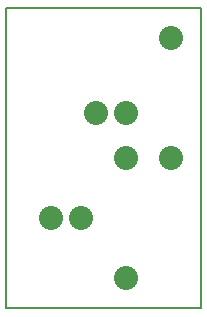
<source format=gbr>
G04 PROTEUS GERBER X2 FILE*
%TF.GenerationSoftware,Labcenter,Proteus,8.5-SP0-Build22067*%
%TF.CreationDate,2020-12-07T21:36:56+00:00*%
%TF.FileFunction,Soldermask,Bot*%
%TF.FilePolarity,Negative*%
%TF.Part,Single*%
%FSLAX45Y45*%
%MOMM*%
G01*
%TA.AperFunction,Material*%
%ADD17C,2.032000*%
%TA.AperFunction,Profile*%
%ADD13C,0.203200*%
D17*
X-2921000Y+1270000D03*
X-2667000Y+1270000D03*
X-3302000Y+381000D03*
X-3048000Y+381000D03*
X-2286000Y+1905000D03*
X-2286000Y+889000D03*
X-2667000Y+889000D03*
X-2667000Y-127000D03*
D13*
X-3683000Y-381000D02*
X-2032000Y-381000D01*
X-2032000Y+2159000D01*
X-3683000Y+2159000D01*
X-3683000Y-381000D01*
M02*

</source>
